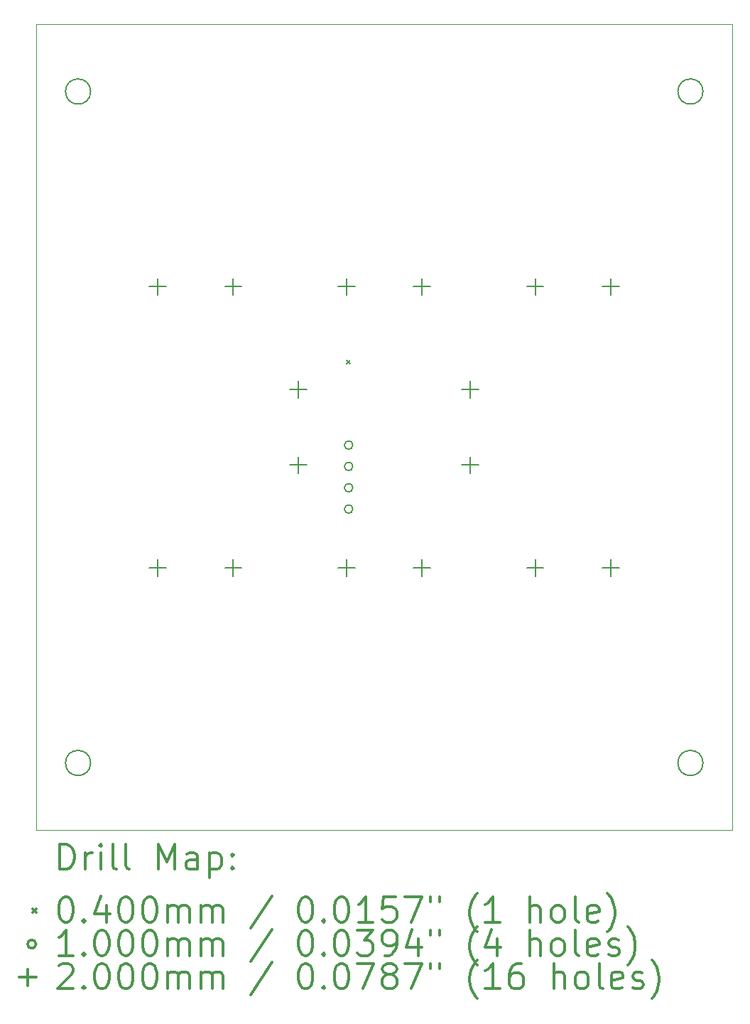
<source format=gbr>
%FSLAX45Y45*%
G04 Gerber Fmt 4.5, Leading zero omitted, Abs format (unit mm)*
G04 Created by KiCad (PCBNEW (5.1.10)-1) date 2022-04-02 16:09:59*
%MOMM*%
%LPD*%
G01*
G04 APERTURE LIST*
%TA.AperFunction,Profile*%
%ADD10C,0.150000*%
%TD*%
%TA.AperFunction,Profile*%
%ADD11C,0.050000*%
%TD*%
%ADD12C,0.200000*%
%ADD13C,0.300000*%
G04 APERTURE END LIST*
D10*
X9650000Y-13900000D02*
G75*
G03*
X9650000Y-13900000I-150000J0D01*
G01*
X16950000Y-13900000D02*
G75*
G03*
X16950000Y-13900000I-150000J0D01*
G01*
X16950000Y-5900000D02*
G75*
G03*
X16950000Y-5900000I-150000J0D01*
G01*
X9650000Y-5900000D02*
G75*
G03*
X9650000Y-5900000I-150000J0D01*
G01*
D11*
X9000000Y-14700000D02*
X17300000Y-14700000D01*
X9000000Y-5100000D02*
X9000000Y-14700000D01*
X17300000Y-5100000D02*
X9000000Y-5100000D01*
X17300000Y-5100000D02*
X17300000Y-14700000D01*
D12*
X12705000Y-9105000D02*
X12745000Y-9145000D01*
X12745000Y-9105000D02*
X12705000Y-9145000D01*
X12775000Y-10113000D02*
G75*
G03*
X12775000Y-10113000I-50000J0D01*
G01*
X12775000Y-10367000D02*
G75*
G03*
X12775000Y-10367000I-50000J0D01*
G01*
X12775000Y-10621000D02*
G75*
G03*
X12775000Y-10621000I-50000J0D01*
G01*
X12775000Y-10875000D02*
G75*
G03*
X12775000Y-10875000I-50000J0D01*
G01*
X10450000Y-8125000D02*
X10450000Y-8325000D01*
X10350000Y-8225000D02*
X10550000Y-8225000D01*
X10450000Y-11475000D02*
X10450000Y-11675000D01*
X10350000Y-11575000D02*
X10550000Y-11575000D01*
X11350000Y-8125000D02*
X11350000Y-8325000D01*
X11250000Y-8225000D02*
X11450000Y-8225000D01*
X11350000Y-11475000D02*
X11350000Y-11675000D01*
X11250000Y-11575000D02*
X11450000Y-11575000D01*
X12125000Y-9350000D02*
X12125000Y-9550000D01*
X12025000Y-9450000D02*
X12225000Y-9450000D01*
X12125000Y-10250000D02*
X12125000Y-10450000D01*
X12025000Y-10350000D02*
X12225000Y-10350000D01*
X12700000Y-8125000D02*
X12700000Y-8325000D01*
X12600000Y-8225000D02*
X12800000Y-8225000D01*
X12700000Y-11475000D02*
X12700000Y-11675000D01*
X12600000Y-11575000D02*
X12800000Y-11575000D01*
X13600000Y-8125000D02*
X13600000Y-8325000D01*
X13500000Y-8225000D02*
X13700000Y-8225000D01*
X13600000Y-11475000D02*
X13600000Y-11675000D01*
X13500000Y-11575000D02*
X13700000Y-11575000D01*
X14175000Y-9350000D02*
X14175000Y-9550000D01*
X14075000Y-9450000D02*
X14275000Y-9450000D01*
X14175000Y-10250000D02*
X14175000Y-10450000D01*
X14075000Y-10350000D02*
X14275000Y-10350000D01*
X14950000Y-8125000D02*
X14950000Y-8325000D01*
X14850000Y-8225000D02*
X15050000Y-8225000D01*
X14950000Y-11475000D02*
X14950000Y-11675000D01*
X14850000Y-11575000D02*
X15050000Y-11575000D01*
X15850000Y-8125000D02*
X15850000Y-8325000D01*
X15750000Y-8225000D02*
X15950000Y-8225000D01*
X15850000Y-11475000D02*
X15850000Y-11675000D01*
X15750000Y-11575000D02*
X15950000Y-11575000D01*
D13*
X9283928Y-15168214D02*
X9283928Y-14868214D01*
X9355357Y-14868214D01*
X9398214Y-14882500D01*
X9426786Y-14911071D01*
X9441071Y-14939643D01*
X9455357Y-14996786D01*
X9455357Y-15039643D01*
X9441071Y-15096786D01*
X9426786Y-15125357D01*
X9398214Y-15153929D01*
X9355357Y-15168214D01*
X9283928Y-15168214D01*
X9583928Y-15168214D02*
X9583928Y-14968214D01*
X9583928Y-15025357D02*
X9598214Y-14996786D01*
X9612500Y-14982500D01*
X9641071Y-14968214D01*
X9669643Y-14968214D01*
X9769643Y-15168214D02*
X9769643Y-14968214D01*
X9769643Y-14868214D02*
X9755357Y-14882500D01*
X9769643Y-14896786D01*
X9783928Y-14882500D01*
X9769643Y-14868214D01*
X9769643Y-14896786D01*
X9955357Y-15168214D02*
X9926786Y-15153929D01*
X9912500Y-15125357D01*
X9912500Y-14868214D01*
X10112500Y-15168214D02*
X10083928Y-15153929D01*
X10069643Y-15125357D01*
X10069643Y-14868214D01*
X10455357Y-15168214D02*
X10455357Y-14868214D01*
X10555357Y-15082500D01*
X10655357Y-14868214D01*
X10655357Y-15168214D01*
X10926786Y-15168214D02*
X10926786Y-15011071D01*
X10912500Y-14982500D01*
X10883928Y-14968214D01*
X10826786Y-14968214D01*
X10798214Y-14982500D01*
X10926786Y-15153929D02*
X10898214Y-15168214D01*
X10826786Y-15168214D01*
X10798214Y-15153929D01*
X10783928Y-15125357D01*
X10783928Y-15096786D01*
X10798214Y-15068214D01*
X10826786Y-15053929D01*
X10898214Y-15053929D01*
X10926786Y-15039643D01*
X11069643Y-14968214D02*
X11069643Y-15268214D01*
X11069643Y-14982500D02*
X11098214Y-14968214D01*
X11155357Y-14968214D01*
X11183928Y-14982500D01*
X11198214Y-14996786D01*
X11212500Y-15025357D01*
X11212500Y-15111071D01*
X11198214Y-15139643D01*
X11183928Y-15153929D01*
X11155357Y-15168214D01*
X11098214Y-15168214D01*
X11069643Y-15153929D01*
X11341071Y-15139643D02*
X11355357Y-15153929D01*
X11341071Y-15168214D01*
X11326786Y-15153929D01*
X11341071Y-15139643D01*
X11341071Y-15168214D01*
X11341071Y-14982500D02*
X11355357Y-14996786D01*
X11341071Y-15011071D01*
X11326786Y-14996786D01*
X11341071Y-14982500D01*
X11341071Y-15011071D01*
X8957500Y-15642500D02*
X8997500Y-15682500D01*
X8997500Y-15642500D02*
X8957500Y-15682500D01*
X9341071Y-15498214D02*
X9369643Y-15498214D01*
X9398214Y-15512500D01*
X9412500Y-15526786D01*
X9426786Y-15555357D01*
X9441071Y-15612500D01*
X9441071Y-15683929D01*
X9426786Y-15741071D01*
X9412500Y-15769643D01*
X9398214Y-15783929D01*
X9369643Y-15798214D01*
X9341071Y-15798214D01*
X9312500Y-15783929D01*
X9298214Y-15769643D01*
X9283928Y-15741071D01*
X9269643Y-15683929D01*
X9269643Y-15612500D01*
X9283928Y-15555357D01*
X9298214Y-15526786D01*
X9312500Y-15512500D01*
X9341071Y-15498214D01*
X9569643Y-15769643D02*
X9583928Y-15783929D01*
X9569643Y-15798214D01*
X9555357Y-15783929D01*
X9569643Y-15769643D01*
X9569643Y-15798214D01*
X9841071Y-15598214D02*
X9841071Y-15798214D01*
X9769643Y-15483929D02*
X9698214Y-15698214D01*
X9883928Y-15698214D01*
X10055357Y-15498214D02*
X10083928Y-15498214D01*
X10112500Y-15512500D01*
X10126786Y-15526786D01*
X10141071Y-15555357D01*
X10155357Y-15612500D01*
X10155357Y-15683929D01*
X10141071Y-15741071D01*
X10126786Y-15769643D01*
X10112500Y-15783929D01*
X10083928Y-15798214D01*
X10055357Y-15798214D01*
X10026786Y-15783929D01*
X10012500Y-15769643D01*
X9998214Y-15741071D01*
X9983928Y-15683929D01*
X9983928Y-15612500D01*
X9998214Y-15555357D01*
X10012500Y-15526786D01*
X10026786Y-15512500D01*
X10055357Y-15498214D01*
X10341071Y-15498214D02*
X10369643Y-15498214D01*
X10398214Y-15512500D01*
X10412500Y-15526786D01*
X10426786Y-15555357D01*
X10441071Y-15612500D01*
X10441071Y-15683929D01*
X10426786Y-15741071D01*
X10412500Y-15769643D01*
X10398214Y-15783929D01*
X10369643Y-15798214D01*
X10341071Y-15798214D01*
X10312500Y-15783929D01*
X10298214Y-15769643D01*
X10283928Y-15741071D01*
X10269643Y-15683929D01*
X10269643Y-15612500D01*
X10283928Y-15555357D01*
X10298214Y-15526786D01*
X10312500Y-15512500D01*
X10341071Y-15498214D01*
X10569643Y-15798214D02*
X10569643Y-15598214D01*
X10569643Y-15626786D02*
X10583928Y-15612500D01*
X10612500Y-15598214D01*
X10655357Y-15598214D01*
X10683928Y-15612500D01*
X10698214Y-15641071D01*
X10698214Y-15798214D01*
X10698214Y-15641071D02*
X10712500Y-15612500D01*
X10741071Y-15598214D01*
X10783928Y-15598214D01*
X10812500Y-15612500D01*
X10826786Y-15641071D01*
X10826786Y-15798214D01*
X10969643Y-15798214D02*
X10969643Y-15598214D01*
X10969643Y-15626786D02*
X10983928Y-15612500D01*
X11012500Y-15598214D01*
X11055357Y-15598214D01*
X11083928Y-15612500D01*
X11098214Y-15641071D01*
X11098214Y-15798214D01*
X11098214Y-15641071D02*
X11112500Y-15612500D01*
X11141071Y-15598214D01*
X11183928Y-15598214D01*
X11212500Y-15612500D01*
X11226786Y-15641071D01*
X11226786Y-15798214D01*
X11812500Y-15483929D02*
X11555357Y-15869643D01*
X12198214Y-15498214D02*
X12226786Y-15498214D01*
X12255357Y-15512500D01*
X12269643Y-15526786D01*
X12283928Y-15555357D01*
X12298214Y-15612500D01*
X12298214Y-15683929D01*
X12283928Y-15741071D01*
X12269643Y-15769643D01*
X12255357Y-15783929D01*
X12226786Y-15798214D01*
X12198214Y-15798214D01*
X12169643Y-15783929D01*
X12155357Y-15769643D01*
X12141071Y-15741071D01*
X12126786Y-15683929D01*
X12126786Y-15612500D01*
X12141071Y-15555357D01*
X12155357Y-15526786D01*
X12169643Y-15512500D01*
X12198214Y-15498214D01*
X12426786Y-15769643D02*
X12441071Y-15783929D01*
X12426786Y-15798214D01*
X12412500Y-15783929D01*
X12426786Y-15769643D01*
X12426786Y-15798214D01*
X12626786Y-15498214D02*
X12655357Y-15498214D01*
X12683928Y-15512500D01*
X12698214Y-15526786D01*
X12712500Y-15555357D01*
X12726786Y-15612500D01*
X12726786Y-15683929D01*
X12712500Y-15741071D01*
X12698214Y-15769643D01*
X12683928Y-15783929D01*
X12655357Y-15798214D01*
X12626786Y-15798214D01*
X12598214Y-15783929D01*
X12583928Y-15769643D01*
X12569643Y-15741071D01*
X12555357Y-15683929D01*
X12555357Y-15612500D01*
X12569643Y-15555357D01*
X12583928Y-15526786D01*
X12598214Y-15512500D01*
X12626786Y-15498214D01*
X13012500Y-15798214D02*
X12841071Y-15798214D01*
X12926786Y-15798214D02*
X12926786Y-15498214D01*
X12898214Y-15541071D01*
X12869643Y-15569643D01*
X12841071Y-15583929D01*
X13283928Y-15498214D02*
X13141071Y-15498214D01*
X13126786Y-15641071D01*
X13141071Y-15626786D01*
X13169643Y-15612500D01*
X13241071Y-15612500D01*
X13269643Y-15626786D01*
X13283928Y-15641071D01*
X13298214Y-15669643D01*
X13298214Y-15741071D01*
X13283928Y-15769643D01*
X13269643Y-15783929D01*
X13241071Y-15798214D01*
X13169643Y-15798214D01*
X13141071Y-15783929D01*
X13126786Y-15769643D01*
X13398214Y-15498214D02*
X13598214Y-15498214D01*
X13469643Y-15798214D01*
X13698214Y-15498214D02*
X13698214Y-15555357D01*
X13812500Y-15498214D02*
X13812500Y-15555357D01*
X14255357Y-15912500D02*
X14241071Y-15898214D01*
X14212500Y-15855357D01*
X14198214Y-15826786D01*
X14183928Y-15783929D01*
X14169643Y-15712500D01*
X14169643Y-15655357D01*
X14183928Y-15583929D01*
X14198214Y-15541071D01*
X14212500Y-15512500D01*
X14241071Y-15469643D01*
X14255357Y-15455357D01*
X14526786Y-15798214D02*
X14355357Y-15798214D01*
X14441071Y-15798214D02*
X14441071Y-15498214D01*
X14412500Y-15541071D01*
X14383928Y-15569643D01*
X14355357Y-15583929D01*
X14883928Y-15798214D02*
X14883928Y-15498214D01*
X15012500Y-15798214D02*
X15012500Y-15641071D01*
X14998214Y-15612500D01*
X14969643Y-15598214D01*
X14926786Y-15598214D01*
X14898214Y-15612500D01*
X14883928Y-15626786D01*
X15198214Y-15798214D02*
X15169643Y-15783929D01*
X15155357Y-15769643D01*
X15141071Y-15741071D01*
X15141071Y-15655357D01*
X15155357Y-15626786D01*
X15169643Y-15612500D01*
X15198214Y-15598214D01*
X15241071Y-15598214D01*
X15269643Y-15612500D01*
X15283928Y-15626786D01*
X15298214Y-15655357D01*
X15298214Y-15741071D01*
X15283928Y-15769643D01*
X15269643Y-15783929D01*
X15241071Y-15798214D01*
X15198214Y-15798214D01*
X15469643Y-15798214D02*
X15441071Y-15783929D01*
X15426786Y-15755357D01*
X15426786Y-15498214D01*
X15698214Y-15783929D02*
X15669643Y-15798214D01*
X15612500Y-15798214D01*
X15583928Y-15783929D01*
X15569643Y-15755357D01*
X15569643Y-15641071D01*
X15583928Y-15612500D01*
X15612500Y-15598214D01*
X15669643Y-15598214D01*
X15698214Y-15612500D01*
X15712500Y-15641071D01*
X15712500Y-15669643D01*
X15569643Y-15698214D01*
X15812500Y-15912500D02*
X15826786Y-15898214D01*
X15855357Y-15855357D01*
X15869643Y-15826786D01*
X15883928Y-15783929D01*
X15898214Y-15712500D01*
X15898214Y-15655357D01*
X15883928Y-15583929D01*
X15869643Y-15541071D01*
X15855357Y-15512500D01*
X15826786Y-15469643D01*
X15812500Y-15455357D01*
X8997500Y-16058500D02*
G75*
G03*
X8997500Y-16058500I-50000J0D01*
G01*
X9441071Y-16194214D02*
X9269643Y-16194214D01*
X9355357Y-16194214D02*
X9355357Y-15894214D01*
X9326786Y-15937071D01*
X9298214Y-15965643D01*
X9269643Y-15979929D01*
X9569643Y-16165643D02*
X9583928Y-16179929D01*
X9569643Y-16194214D01*
X9555357Y-16179929D01*
X9569643Y-16165643D01*
X9569643Y-16194214D01*
X9769643Y-15894214D02*
X9798214Y-15894214D01*
X9826786Y-15908500D01*
X9841071Y-15922786D01*
X9855357Y-15951357D01*
X9869643Y-16008500D01*
X9869643Y-16079929D01*
X9855357Y-16137071D01*
X9841071Y-16165643D01*
X9826786Y-16179929D01*
X9798214Y-16194214D01*
X9769643Y-16194214D01*
X9741071Y-16179929D01*
X9726786Y-16165643D01*
X9712500Y-16137071D01*
X9698214Y-16079929D01*
X9698214Y-16008500D01*
X9712500Y-15951357D01*
X9726786Y-15922786D01*
X9741071Y-15908500D01*
X9769643Y-15894214D01*
X10055357Y-15894214D02*
X10083928Y-15894214D01*
X10112500Y-15908500D01*
X10126786Y-15922786D01*
X10141071Y-15951357D01*
X10155357Y-16008500D01*
X10155357Y-16079929D01*
X10141071Y-16137071D01*
X10126786Y-16165643D01*
X10112500Y-16179929D01*
X10083928Y-16194214D01*
X10055357Y-16194214D01*
X10026786Y-16179929D01*
X10012500Y-16165643D01*
X9998214Y-16137071D01*
X9983928Y-16079929D01*
X9983928Y-16008500D01*
X9998214Y-15951357D01*
X10012500Y-15922786D01*
X10026786Y-15908500D01*
X10055357Y-15894214D01*
X10341071Y-15894214D02*
X10369643Y-15894214D01*
X10398214Y-15908500D01*
X10412500Y-15922786D01*
X10426786Y-15951357D01*
X10441071Y-16008500D01*
X10441071Y-16079929D01*
X10426786Y-16137071D01*
X10412500Y-16165643D01*
X10398214Y-16179929D01*
X10369643Y-16194214D01*
X10341071Y-16194214D01*
X10312500Y-16179929D01*
X10298214Y-16165643D01*
X10283928Y-16137071D01*
X10269643Y-16079929D01*
X10269643Y-16008500D01*
X10283928Y-15951357D01*
X10298214Y-15922786D01*
X10312500Y-15908500D01*
X10341071Y-15894214D01*
X10569643Y-16194214D02*
X10569643Y-15994214D01*
X10569643Y-16022786D02*
X10583928Y-16008500D01*
X10612500Y-15994214D01*
X10655357Y-15994214D01*
X10683928Y-16008500D01*
X10698214Y-16037071D01*
X10698214Y-16194214D01*
X10698214Y-16037071D02*
X10712500Y-16008500D01*
X10741071Y-15994214D01*
X10783928Y-15994214D01*
X10812500Y-16008500D01*
X10826786Y-16037071D01*
X10826786Y-16194214D01*
X10969643Y-16194214D02*
X10969643Y-15994214D01*
X10969643Y-16022786D02*
X10983928Y-16008500D01*
X11012500Y-15994214D01*
X11055357Y-15994214D01*
X11083928Y-16008500D01*
X11098214Y-16037071D01*
X11098214Y-16194214D01*
X11098214Y-16037071D02*
X11112500Y-16008500D01*
X11141071Y-15994214D01*
X11183928Y-15994214D01*
X11212500Y-16008500D01*
X11226786Y-16037071D01*
X11226786Y-16194214D01*
X11812500Y-15879929D02*
X11555357Y-16265643D01*
X12198214Y-15894214D02*
X12226786Y-15894214D01*
X12255357Y-15908500D01*
X12269643Y-15922786D01*
X12283928Y-15951357D01*
X12298214Y-16008500D01*
X12298214Y-16079929D01*
X12283928Y-16137071D01*
X12269643Y-16165643D01*
X12255357Y-16179929D01*
X12226786Y-16194214D01*
X12198214Y-16194214D01*
X12169643Y-16179929D01*
X12155357Y-16165643D01*
X12141071Y-16137071D01*
X12126786Y-16079929D01*
X12126786Y-16008500D01*
X12141071Y-15951357D01*
X12155357Y-15922786D01*
X12169643Y-15908500D01*
X12198214Y-15894214D01*
X12426786Y-16165643D02*
X12441071Y-16179929D01*
X12426786Y-16194214D01*
X12412500Y-16179929D01*
X12426786Y-16165643D01*
X12426786Y-16194214D01*
X12626786Y-15894214D02*
X12655357Y-15894214D01*
X12683928Y-15908500D01*
X12698214Y-15922786D01*
X12712500Y-15951357D01*
X12726786Y-16008500D01*
X12726786Y-16079929D01*
X12712500Y-16137071D01*
X12698214Y-16165643D01*
X12683928Y-16179929D01*
X12655357Y-16194214D01*
X12626786Y-16194214D01*
X12598214Y-16179929D01*
X12583928Y-16165643D01*
X12569643Y-16137071D01*
X12555357Y-16079929D01*
X12555357Y-16008500D01*
X12569643Y-15951357D01*
X12583928Y-15922786D01*
X12598214Y-15908500D01*
X12626786Y-15894214D01*
X12826786Y-15894214D02*
X13012500Y-15894214D01*
X12912500Y-16008500D01*
X12955357Y-16008500D01*
X12983928Y-16022786D01*
X12998214Y-16037071D01*
X13012500Y-16065643D01*
X13012500Y-16137071D01*
X12998214Y-16165643D01*
X12983928Y-16179929D01*
X12955357Y-16194214D01*
X12869643Y-16194214D01*
X12841071Y-16179929D01*
X12826786Y-16165643D01*
X13155357Y-16194214D02*
X13212500Y-16194214D01*
X13241071Y-16179929D01*
X13255357Y-16165643D01*
X13283928Y-16122786D01*
X13298214Y-16065643D01*
X13298214Y-15951357D01*
X13283928Y-15922786D01*
X13269643Y-15908500D01*
X13241071Y-15894214D01*
X13183928Y-15894214D01*
X13155357Y-15908500D01*
X13141071Y-15922786D01*
X13126786Y-15951357D01*
X13126786Y-16022786D01*
X13141071Y-16051357D01*
X13155357Y-16065643D01*
X13183928Y-16079929D01*
X13241071Y-16079929D01*
X13269643Y-16065643D01*
X13283928Y-16051357D01*
X13298214Y-16022786D01*
X13555357Y-15994214D02*
X13555357Y-16194214D01*
X13483928Y-15879929D02*
X13412500Y-16094214D01*
X13598214Y-16094214D01*
X13698214Y-15894214D02*
X13698214Y-15951357D01*
X13812500Y-15894214D02*
X13812500Y-15951357D01*
X14255357Y-16308500D02*
X14241071Y-16294214D01*
X14212500Y-16251357D01*
X14198214Y-16222786D01*
X14183928Y-16179929D01*
X14169643Y-16108500D01*
X14169643Y-16051357D01*
X14183928Y-15979929D01*
X14198214Y-15937071D01*
X14212500Y-15908500D01*
X14241071Y-15865643D01*
X14255357Y-15851357D01*
X14498214Y-15994214D02*
X14498214Y-16194214D01*
X14426786Y-15879929D02*
X14355357Y-16094214D01*
X14541071Y-16094214D01*
X14883928Y-16194214D02*
X14883928Y-15894214D01*
X15012500Y-16194214D02*
X15012500Y-16037071D01*
X14998214Y-16008500D01*
X14969643Y-15994214D01*
X14926786Y-15994214D01*
X14898214Y-16008500D01*
X14883928Y-16022786D01*
X15198214Y-16194214D02*
X15169643Y-16179929D01*
X15155357Y-16165643D01*
X15141071Y-16137071D01*
X15141071Y-16051357D01*
X15155357Y-16022786D01*
X15169643Y-16008500D01*
X15198214Y-15994214D01*
X15241071Y-15994214D01*
X15269643Y-16008500D01*
X15283928Y-16022786D01*
X15298214Y-16051357D01*
X15298214Y-16137071D01*
X15283928Y-16165643D01*
X15269643Y-16179929D01*
X15241071Y-16194214D01*
X15198214Y-16194214D01*
X15469643Y-16194214D02*
X15441071Y-16179929D01*
X15426786Y-16151357D01*
X15426786Y-15894214D01*
X15698214Y-16179929D02*
X15669643Y-16194214D01*
X15612500Y-16194214D01*
X15583928Y-16179929D01*
X15569643Y-16151357D01*
X15569643Y-16037071D01*
X15583928Y-16008500D01*
X15612500Y-15994214D01*
X15669643Y-15994214D01*
X15698214Y-16008500D01*
X15712500Y-16037071D01*
X15712500Y-16065643D01*
X15569643Y-16094214D01*
X15826786Y-16179929D02*
X15855357Y-16194214D01*
X15912500Y-16194214D01*
X15941071Y-16179929D01*
X15955357Y-16151357D01*
X15955357Y-16137071D01*
X15941071Y-16108500D01*
X15912500Y-16094214D01*
X15869643Y-16094214D01*
X15841071Y-16079929D01*
X15826786Y-16051357D01*
X15826786Y-16037071D01*
X15841071Y-16008500D01*
X15869643Y-15994214D01*
X15912500Y-15994214D01*
X15941071Y-16008500D01*
X16055357Y-16308500D02*
X16069643Y-16294214D01*
X16098214Y-16251357D01*
X16112500Y-16222786D01*
X16126786Y-16179929D01*
X16141071Y-16108500D01*
X16141071Y-16051357D01*
X16126786Y-15979929D01*
X16112500Y-15937071D01*
X16098214Y-15908500D01*
X16069643Y-15865643D01*
X16055357Y-15851357D01*
X8897500Y-16354500D02*
X8897500Y-16554500D01*
X8797500Y-16454500D02*
X8997500Y-16454500D01*
X9269643Y-16318786D02*
X9283928Y-16304500D01*
X9312500Y-16290214D01*
X9383928Y-16290214D01*
X9412500Y-16304500D01*
X9426786Y-16318786D01*
X9441071Y-16347357D01*
X9441071Y-16375929D01*
X9426786Y-16418786D01*
X9255357Y-16590214D01*
X9441071Y-16590214D01*
X9569643Y-16561643D02*
X9583928Y-16575929D01*
X9569643Y-16590214D01*
X9555357Y-16575929D01*
X9569643Y-16561643D01*
X9569643Y-16590214D01*
X9769643Y-16290214D02*
X9798214Y-16290214D01*
X9826786Y-16304500D01*
X9841071Y-16318786D01*
X9855357Y-16347357D01*
X9869643Y-16404500D01*
X9869643Y-16475929D01*
X9855357Y-16533071D01*
X9841071Y-16561643D01*
X9826786Y-16575929D01*
X9798214Y-16590214D01*
X9769643Y-16590214D01*
X9741071Y-16575929D01*
X9726786Y-16561643D01*
X9712500Y-16533071D01*
X9698214Y-16475929D01*
X9698214Y-16404500D01*
X9712500Y-16347357D01*
X9726786Y-16318786D01*
X9741071Y-16304500D01*
X9769643Y-16290214D01*
X10055357Y-16290214D02*
X10083928Y-16290214D01*
X10112500Y-16304500D01*
X10126786Y-16318786D01*
X10141071Y-16347357D01*
X10155357Y-16404500D01*
X10155357Y-16475929D01*
X10141071Y-16533071D01*
X10126786Y-16561643D01*
X10112500Y-16575929D01*
X10083928Y-16590214D01*
X10055357Y-16590214D01*
X10026786Y-16575929D01*
X10012500Y-16561643D01*
X9998214Y-16533071D01*
X9983928Y-16475929D01*
X9983928Y-16404500D01*
X9998214Y-16347357D01*
X10012500Y-16318786D01*
X10026786Y-16304500D01*
X10055357Y-16290214D01*
X10341071Y-16290214D02*
X10369643Y-16290214D01*
X10398214Y-16304500D01*
X10412500Y-16318786D01*
X10426786Y-16347357D01*
X10441071Y-16404500D01*
X10441071Y-16475929D01*
X10426786Y-16533071D01*
X10412500Y-16561643D01*
X10398214Y-16575929D01*
X10369643Y-16590214D01*
X10341071Y-16590214D01*
X10312500Y-16575929D01*
X10298214Y-16561643D01*
X10283928Y-16533071D01*
X10269643Y-16475929D01*
X10269643Y-16404500D01*
X10283928Y-16347357D01*
X10298214Y-16318786D01*
X10312500Y-16304500D01*
X10341071Y-16290214D01*
X10569643Y-16590214D02*
X10569643Y-16390214D01*
X10569643Y-16418786D02*
X10583928Y-16404500D01*
X10612500Y-16390214D01*
X10655357Y-16390214D01*
X10683928Y-16404500D01*
X10698214Y-16433071D01*
X10698214Y-16590214D01*
X10698214Y-16433071D02*
X10712500Y-16404500D01*
X10741071Y-16390214D01*
X10783928Y-16390214D01*
X10812500Y-16404500D01*
X10826786Y-16433071D01*
X10826786Y-16590214D01*
X10969643Y-16590214D02*
X10969643Y-16390214D01*
X10969643Y-16418786D02*
X10983928Y-16404500D01*
X11012500Y-16390214D01*
X11055357Y-16390214D01*
X11083928Y-16404500D01*
X11098214Y-16433071D01*
X11098214Y-16590214D01*
X11098214Y-16433071D02*
X11112500Y-16404500D01*
X11141071Y-16390214D01*
X11183928Y-16390214D01*
X11212500Y-16404500D01*
X11226786Y-16433071D01*
X11226786Y-16590214D01*
X11812500Y-16275929D02*
X11555357Y-16661643D01*
X12198214Y-16290214D02*
X12226786Y-16290214D01*
X12255357Y-16304500D01*
X12269643Y-16318786D01*
X12283928Y-16347357D01*
X12298214Y-16404500D01*
X12298214Y-16475929D01*
X12283928Y-16533071D01*
X12269643Y-16561643D01*
X12255357Y-16575929D01*
X12226786Y-16590214D01*
X12198214Y-16590214D01*
X12169643Y-16575929D01*
X12155357Y-16561643D01*
X12141071Y-16533071D01*
X12126786Y-16475929D01*
X12126786Y-16404500D01*
X12141071Y-16347357D01*
X12155357Y-16318786D01*
X12169643Y-16304500D01*
X12198214Y-16290214D01*
X12426786Y-16561643D02*
X12441071Y-16575929D01*
X12426786Y-16590214D01*
X12412500Y-16575929D01*
X12426786Y-16561643D01*
X12426786Y-16590214D01*
X12626786Y-16290214D02*
X12655357Y-16290214D01*
X12683928Y-16304500D01*
X12698214Y-16318786D01*
X12712500Y-16347357D01*
X12726786Y-16404500D01*
X12726786Y-16475929D01*
X12712500Y-16533071D01*
X12698214Y-16561643D01*
X12683928Y-16575929D01*
X12655357Y-16590214D01*
X12626786Y-16590214D01*
X12598214Y-16575929D01*
X12583928Y-16561643D01*
X12569643Y-16533071D01*
X12555357Y-16475929D01*
X12555357Y-16404500D01*
X12569643Y-16347357D01*
X12583928Y-16318786D01*
X12598214Y-16304500D01*
X12626786Y-16290214D01*
X12826786Y-16290214D02*
X13026786Y-16290214D01*
X12898214Y-16590214D01*
X13183928Y-16418786D02*
X13155357Y-16404500D01*
X13141071Y-16390214D01*
X13126786Y-16361643D01*
X13126786Y-16347357D01*
X13141071Y-16318786D01*
X13155357Y-16304500D01*
X13183928Y-16290214D01*
X13241071Y-16290214D01*
X13269643Y-16304500D01*
X13283928Y-16318786D01*
X13298214Y-16347357D01*
X13298214Y-16361643D01*
X13283928Y-16390214D01*
X13269643Y-16404500D01*
X13241071Y-16418786D01*
X13183928Y-16418786D01*
X13155357Y-16433071D01*
X13141071Y-16447357D01*
X13126786Y-16475929D01*
X13126786Y-16533071D01*
X13141071Y-16561643D01*
X13155357Y-16575929D01*
X13183928Y-16590214D01*
X13241071Y-16590214D01*
X13269643Y-16575929D01*
X13283928Y-16561643D01*
X13298214Y-16533071D01*
X13298214Y-16475929D01*
X13283928Y-16447357D01*
X13269643Y-16433071D01*
X13241071Y-16418786D01*
X13398214Y-16290214D02*
X13598214Y-16290214D01*
X13469643Y-16590214D01*
X13698214Y-16290214D02*
X13698214Y-16347357D01*
X13812500Y-16290214D02*
X13812500Y-16347357D01*
X14255357Y-16704500D02*
X14241071Y-16690214D01*
X14212500Y-16647357D01*
X14198214Y-16618786D01*
X14183928Y-16575929D01*
X14169643Y-16504500D01*
X14169643Y-16447357D01*
X14183928Y-16375929D01*
X14198214Y-16333071D01*
X14212500Y-16304500D01*
X14241071Y-16261643D01*
X14255357Y-16247357D01*
X14526786Y-16590214D02*
X14355357Y-16590214D01*
X14441071Y-16590214D02*
X14441071Y-16290214D01*
X14412500Y-16333071D01*
X14383928Y-16361643D01*
X14355357Y-16375929D01*
X14783928Y-16290214D02*
X14726786Y-16290214D01*
X14698214Y-16304500D01*
X14683928Y-16318786D01*
X14655357Y-16361643D01*
X14641071Y-16418786D01*
X14641071Y-16533071D01*
X14655357Y-16561643D01*
X14669643Y-16575929D01*
X14698214Y-16590214D01*
X14755357Y-16590214D01*
X14783928Y-16575929D01*
X14798214Y-16561643D01*
X14812500Y-16533071D01*
X14812500Y-16461643D01*
X14798214Y-16433071D01*
X14783928Y-16418786D01*
X14755357Y-16404500D01*
X14698214Y-16404500D01*
X14669643Y-16418786D01*
X14655357Y-16433071D01*
X14641071Y-16461643D01*
X15169643Y-16590214D02*
X15169643Y-16290214D01*
X15298214Y-16590214D02*
X15298214Y-16433071D01*
X15283928Y-16404500D01*
X15255357Y-16390214D01*
X15212500Y-16390214D01*
X15183928Y-16404500D01*
X15169643Y-16418786D01*
X15483928Y-16590214D02*
X15455357Y-16575929D01*
X15441071Y-16561643D01*
X15426786Y-16533071D01*
X15426786Y-16447357D01*
X15441071Y-16418786D01*
X15455357Y-16404500D01*
X15483928Y-16390214D01*
X15526786Y-16390214D01*
X15555357Y-16404500D01*
X15569643Y-16418786D01*
X15583928Y-16447357D01*
X15583928Y-16533071D01*
X15569643Y-16561643D01*
X15555357Y-16575929D01*
X15526786Y-16590214D01*
X15483928Y-16590214D01*
X15755357Y-16590214D02*
X15726786Y-16575929D01*
X15712500Y-16547357D01*
X15712500Y-16290214D01*
X15983928Y-16575929D02*
X15955357Y-16590214D01*
X15898214Y-16590214D01*
X15869643Y-16575929D01*
X15855357Y-16547357D01*
X15855357Y-16433071D01*
X15869643Y-16404500D01*
X15898214Y-16390214D01*
X15955357Y-16390214D01*
X15983928Y-16404500D01*
X15998214Y-16433071D01*
X15998214Y-16461643D01*
X15855357Y-16490214D01*
X16112500Y-16575929D02*
X16141071Y-16590214D01*
X16198214Y-16590214D01*
X16226786Y-16575929D01*
X16241071Y-16547357D01*
X16241071Y-16533071D01*
X16226786Y-16504500D01*
X16198214Y-16490214D01*
X16155357Y-16490214D01*
X16126786Y-16475929D01*
X16112500Y-16447357D01*
X16112500Y-16433071D01*
X16126786Y-16404500D01*
X16155357Y-16390214D01*
X16198214Y-16390214D01*
X16226786Y-16404500D01*
X16341071Y-16704500D02*
X16355357Y-16690214D01*
X16383928Y-16647357D01*
X16398214Y-16618786D01*
X16412500Y-16575929D01*
X16426786Y-16504500D01*
X16426786Y-16447357D01*
X16412500Y-16375929D01*
X16398214Y-16333071D01*
X16383928Y-16304500D01*
X16355357Y-16261643D01*
X16341071Y-16247357D01*
M02*

</source>
